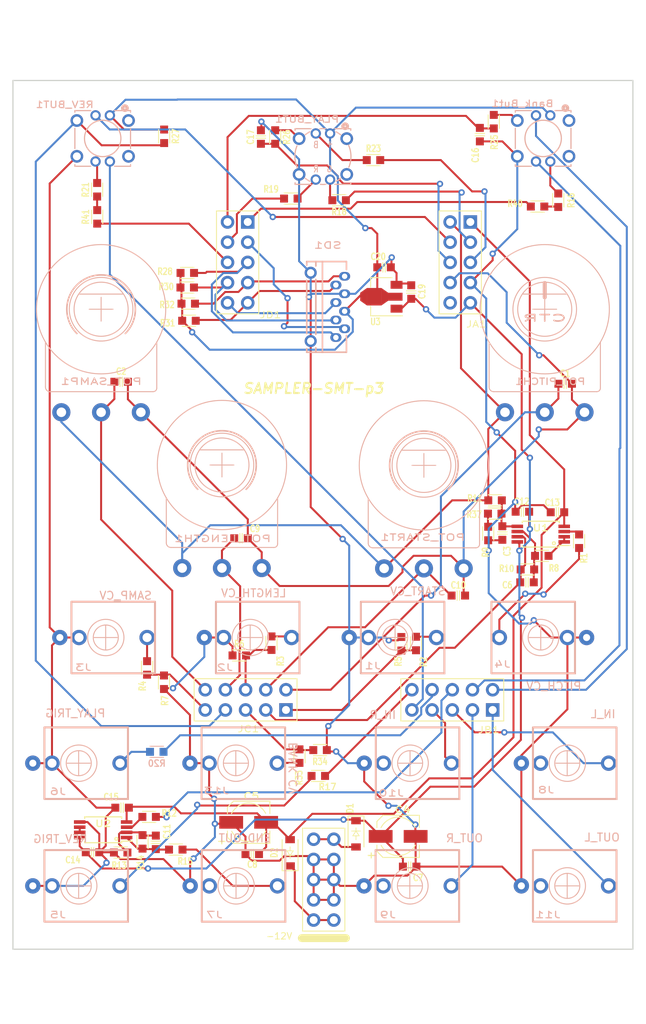
<source format=kicad_pcb>
(kicad_pcb (version 20221018) (generator pcbnew)
  (layers (0 "F.Cu" signal) (31 "B.Cu" signal) (34 "B.Paste" user) (35 "F.Paste" user) (36 "B.SilkS" user "B.Silkscreen") (37 "F.SilkS" user "F.Silkscreen") (38 "B.Mask" user) (39 "F.Mask" user) (44 "Edge.Cuts" user))
  (net 0 "")
  (net 1 "GND")
  (net 2 "+3V3")
  (net 3 "/A4")
  (net 4 "GNDADC")
  (net 5 "/A5")
  (net 6 "Net-(Bank_But1-B)")
  (net 7 "+12V")
  (net 8 "-12VA")
  (net 9 "/A2")
  (net 10 "/A7")
  (net 11 "/A6")
  (net 12 "Net-(R16-Pad1)")
  (net 13 "Net-(C11-Pad2)")
  (net 14 "/D6")
  (net 15 "/D8")
  (net 16 "/A9")
  (net 17 "Net-(R21-Pad1)")
  (net 19 "Net-(Bank_But1-POLE-A)")
  (net 21 "Net-(U1B-+)")
  (net 22 "Net-(U1B--)")
  (net 23 "/D15")
  (net 24 "/D13")
  (net 25 "/AUDIO_IN2")
  (net 26 "Net-(U2A--)")
  (net 27 "/AUDIO_OUT1")
  (net 28 "Net-(D1-A)")
  (net 29 "Net-(D2-K)")
  (net 30 "/AUDIO_OUT2")
  (net 31 "Net-(J1-SIG)")
  (net 32 "/AUDIO_IN1")
  (net 33 "VREF+")
  (net 34 "/D11")
  (net 35 "/D10")
  (net 36 "/D14")
  (net 37 "/D12")
  (net 38 "/Unused(5V)")
  (net 39 "/D0")
  (net 40 "/D1")
  (net 41 "/D3")
  (net 42 "/D2")
  (net 43 "/D5")
  (net 44 "/D19")
  (net 45 "/D18")
  (net 46 "/D7")
  (net 47 "/D17")
  (net 48 "/D16")
  (net 49 "/D9")
  (net 50 "/A0")
  (net 51 "/A1")
  (net 52 "/A3")
  (net 53 "/A8")
  (net 54 "Net-(J2-SIG)")
  (net 55 "Net-(J3-SIG)")
  (net 56 "Net-(J4-SIG)")
  (net 58 "Net-(J7-SIG)")
  (net 63 "Net-(J13-SIG)")
  (net 64 "Net-(PLAY_BUT1-B)")
  (net 65 "Net-(PLAY_BUT1-R)")
  (net 66 "Net-(PLAY_BUT1-G)")
  (net 68 "Net-(PLAY_BUT1-POLE-A)")
  (net 70 "Net-(U1A-+)")
  (net 71 "Net-(U1A--)")
  (net 72 "Net-(R37-Pad1)")
  (net 73 "Net-(U2A-+)")
  (net 74 "Net-(REV_BUT1-R)")
  (net 75 "/D4")
  (net 78 "Net-(U2B--)")
  (net 79 "Net-(J5-SIG)")
  (net 80 "Net-(J6-SIG)")
  (footprint "4ms_Capacitor:C_0603" (layer "F.Cu") (at 61.91 111.26)
    (fp_text reference "C7")
    (fp_text value "0.1uF_0603_16V")
  )
  (footprint "4ms_Capacitor:C_0603" (layer "F.Cu") (at 43.2 19.53 90)
    (fp_text reference "C17")
    (fp_text value "0.1uF_0603_16V")
  )
  (footprint "4ms_Resistor:R_0603" (layer "F.Cu") (at 45 19.53 -90)
    (fp_text reference "R26")
    (fp_text value "10k_0603")
  )
  (footprint "4ms_Resistor:R_0603" (layer "F.Cu") (at 62.71 83.21 -90)
    (fp_text reference "R2")
    (fp_text value "47k_0603")
  )
  (footprint "4ms_Resistor:R_0603" (layer "F.Cu") (at 72.61 66.88)
    (fp_text reference "R37")
    (fp_text value "10k_0603")
  )
  (footprint "4ms_Diode:D_SOD-123" (layer "F.Cu") (at 46.87 109.52 90)
    (fp_text reference "D2")
    (fp_text value "B140HW-7")
  )
  (footprint "4ms_Resistor:R_0603" (layer "F.Cu") (at 48.05 97.37 90)
    (fp_text reference "R33")
    (fp_text value "47k_0603")
  )
  (footprint "4ms_Connector:Socket_2x05_2.54mm_TH" (layer "F.Cu") (at 41.271978 90.2938 -90)
    (fp_text reference "JC1")
    (fp_text value "Socket_02x05_TH" hide)
  )
  (footprint "4ms_Resistor:R_0603" (layer "F.Cu") (at 80.6 27.48 90)
    (fp_text reference "R16")
    (fp_text value "1k_0603")
  )
  (footprint "4ms_Capacitor:C_0603" (layer "F.Cu") (at 81.47 50.55)
    (fp_text reference "C1")
    (fp_text value "0.1uF_0603_16V")
  )
  (footprint "4ms_Capacitor:CP_Elec_5x5.3" (layer "F.Cu") (at 60.46 107.46)
    (fp_text reference "C4")
    (fp_text value "47uF_5x5.3_16V")
  )
  (footprint "4ms_Resistor:R_0603" (layer "F.Cu") (at 60.87 83.24 -90)
    (fp_text reference "R5")
    (fp_text value "100k_0603")
  )
  (footprint "4ms_Resistor:R_0603" (layer "F.Cu") (at 28.31 108.15 -90)
    (fp_text reference "R14")
    (fp_text value "47k_0603")
  )
  (footprint "4ms_Resistor:R_0603" (layer "F.Cu") (at 72.49 17.6 -90)
    (fp_text reference "R25")
    (fp_text value "10k_0603")
  )
  (footprint "4ms_Capacitor:C_0603" (layer "F.Cu") (at 25.74 103.85 180)
    (fp_text reference "C15")
    (fp_text value "0.1uF_0603_16V")
  )
  (footprint "4ms_Capacitor:C_0603" (layer "F.Cu") (at 62.11 39.02 90)
    (fp_text reference "C19")
    (fp_text value "1uF_0603_25V")
  )
  (footprint "4ms_Capacitor:C_0603" (layer "F.Cu") (at 58.69 35.91)
    (fp_text reference "C20")
    (fp_text value "2.2uF_0603_25V")
  )
  (footprint "4ms_Diode:D_SOD-123" (layer "F.Cu") (at 55.16 107.14 -90)
    (fp_text reference "D1")
    (fp_text value "B140HW-7")
  )
  (footprint "4ms_Capacitor:C_0603" (layer "F.Cu") (at 80.5 66.71 180)
    (fp_text reference "C13")
    (fp_text value "0.1uF_0603_16V")
  )
  (footprint "4ms_Resistor:R_0603" (layer "F.Cu") (at 57.36 22.43)
    (fp_text reference "R23")
    (fp_text value "330Ω_0603")
  )
  (footprint "4ms_Capacitor:C_0603" (layer "F.Cu") (at 40.7 69.98)
    (fp_text reference "C9")
    (fp_text value "0.1uF_0603_16V")
  )
  (footprint "4ms_Resistor:R_0603" (layer "F.Cu") (at 50.42 99.86)
    (fp_text reference "R17")
    (fp_text value "47k_0603")
  )
  (footprint "4ms_Package_SSOP:TSSOP-8_4.4x3mm_Pitch0.65mm" (layer "F.Cu") (at 78.4 69.46 180)
    (fp_text reference "U1")
    (fp_text value "NJM2068")
  )
  (footprint "4ms_Resistor:R_0603" (layer "F.Cu") (at 33.93 38.45)
    (fp_text reference "R30")
    (fp_text value "33k_0603")
  )
  (footprint "4ms_Resistor:R_0603" (layer "F.Cu") (at 22.6 26.16 90)
    (fp_text reference "R21")
    (fp_text value "1k_0603")
  )
  (footprint "4ms_Connector:Pins_2x05_2.54mm_TH_Europower" (layer "F.Cu") (at 51.1 112.9)
    (fp_text reference "J14" hide)
    (fp_text value "Eurorack_Power_10pin_Unshrouded")
  )
  (footprint "4ms_Resistor:R_0603" (layer "F.Cu") (at 28.88 86.28 -90)
    (fp_text reference "R4")
    (fp_text value "47k_0603")
  )
  (footprint "4ms_Resistor:R_0603" (layer "F.Cu") (at 33.94 36.62)
    (fp_text reference "R28")
    (fp_text value "33k_0603")
  )
  (footprint "4ms_Resistor:R_0603" (layer "F.Cu") (at 78 28.27)
    (fp_text reference "R40")
    (fp_text value "1k_0603")
  )
  (footprint "4ms_Resistor:R_0603" (layer "F.Cu") (at 83.22 70.35 90)
    (fp_text reference "R1")
    (fp_text value "1k_0603")
  )
  (footprint "4ms_Resistor:R_0603" (layer "F.Cu") (at 22.61 29.57 90)
    (fp_text reference "R41")
    (fp_text value "1k_0603")
  )
  (footprint "4ms_Resistor:R_0603" (layer "F.Cu") (at 29.14 105.01 180)
    (fp_text reference "R12")
    (fp_text value "10k_0603")
  )
  (footprint "4ms_Capacitor:C_0603" (layer "F.Cu") (at 42.11 109.69 180)
    (fp_text reference "C8")
    (fp_text value "0.1uF_0603_16V")
  )
  (footprint "4ms_Resistor:R_0603" (layer "F.Cu") (at 31.03 19.44 -90)
    (fp_text reference "R27")
    (fp_text value "47k_0603")
  )
  (footprint "4ms_Capacitor:C_0603" (layer "F.Cu") (at 76.67 75.52)
    (fp_text reference "C6")
    (fp_text value "1nF_0603_50V")
  )
  (footprint "4ms_Resistor:R_0603" (layer "F.Cu") (at 40.48 84.71)
    (fp_text reference "R6")
    (fp_text value "100k_0603")
  )
  (footprint "4ms_Resistor:R_0603" (layer "F.Cu") (at 71.79 69.38 90)
    (fp_text reference "R9")
    (fp_text value "10k_0603")
  )
  (footprint "4ms_Resistor:R_0603" (layer "F.Cu") (at 34.06 40.48)
    (fp_text reference "R32")
    (fp_text value "33k_0603")
  )
  (footprint "4ms_Capacitor:C_0603" (layer "F.Cu") (at 25.62 50.3)
    (fp_text reference "C2")
    (fp_text value "0.1uF_0603_16V")
  )
  (footprint "4ms_Resistor:R_0603" (layer "F.Cu") (at 25.56 109.49)
    (fp_text reference "R13")
    (fp_text value "33k_0603")
  )
  (footprint "4ms_Resistor:R_0603" (layer "F.Cu") (at 46.96 27.27)
    (fp_text reference "R19")
    (fp_text value "330Ω_0603")
  )
  (footprint "4ms_Capacitor:CP_Elec_5x5.3" (layer "F.Cu") (at 41.66 105.69)
    (fp_text reference "C5")
    (fp_text value "47uF_5x5.3_16V")
  )
  (footprint "4ms_Capacitor:C_0603" (layer "F.Cu") (at 22.02 109.46)
    (fp_text reference "C14")
    (fp_text value "0.1uF_0603_16V")
  )
  (footprint "4ms_Resistor:R_0603" (layer "F.Cu") (at 50.64 96.61 180)
    (fp_text reference "R34")
    (fp_text value "100k_0603")
  )
  (footprint "4ms_Connector:Socket_2x05_2.54mm_TH" (layer "F.Cu") (at 68.272 35.293808)
    (fp_text reference "JA1")
    (fp_text value "Socket_02x05_TH" hide)
  )
  (footprint "4ms_Resistor:R_0603" (layer "F.Cu") (at 34.15 42.63)
    (fp_text reference "R31")
    (fp_text value "33k_0603")
  )
  (footprint "4ms_Package_SSOP:TSSOP-8_4.4x3mm_Pitch0.65mm" (layer "F.Cu") (at 23.36 106.63 180)
    (fp_text reference "U2")
    (fp_text value "NJM2068")
  )
  (footprint "4ms_Resistor:R_0603" (layer "F.Cu") (at 31.01 88.08 90)
    (fp_text reference "R7")
    (fp_text value "100k_0603")
  )
  (footprint "4ms_Package_SOT:SOT89-3" (layer "F.Cu") (at 58.78 39.61 180)
    (fp_text reference "U3")
    (fp_text value "AZ1117CR-3.3TRG1 ")
  )
  (footprint "4ms_Capacitor:C_0603" (layer "F.Cu") (at 76.09 66.64 180)
    (fp_text reference "C12")
    (fp_text value "0.1uF_0603_16V")
  )
  (footprint "4ms_Capacitor:C_0603" (layer "F.Cu") (at 70.74 19.23 -90)
    (fp_text reference "C16")
    (fp_text value "0.1uF_0603_16V")
  )
  (footprint "4ms_Resistor:R_0603" (layer "F.Cu") (at 72.65 65.21 180)
    (fp_text reference "R11")
    (fp_text value "33k_0603")
  )
  (footprint "4ms_Resistor:R_0603" (layer "F.Cu") (at 76.72 73.9)
    (fp_text reference "R10")
    (fp_text value "33k_0603")
  )
  (footprint "4ms_Resistor:R_0603" (layer "F.Cu") (at 32.49 109.12)
    (fp_text reference "R15")
    (fp_text value "1k_0603")
  )
  (footprint "4ms_Capacitor:C_0603" (layer "F.Cu") (at 29.98 108.21 -90)
    (fp_text reference "C11")
    (fp_text value "100pF_0603_50V")
  )
  (footprint "4ms_Resistor:R_0603" (layer "F.Cu") (at 53.04 27.48 180)
    (fp_text reference "R18")
    (fp_text value "330Ω_0603")
  )
  (footprint "4ms_Connector:Socket_2x05_2.54mm_TH" (layer "F.Cu") (at 67.272002 90.2938 -90)
    (fp_text reference "JB1")
    (fp_text value "Socket_02x05_TH" hide)
  )
  (footprint "4ms_Resistor:R_0603" (layer "F.Cu") (at 78.53 72.19 180)
    (fp_text reference "R8")
    (fp_text value "100k_0603")
  )
  (footprint "4ms_Capacitor:C_0603" (layer "F.Cu") (at 73.57 69.32 90)
    (fp_text reference "C3")
    (fp_text value "0.1uF_0603_16V")
  )
  (footprint "4ms_Connector:Socket_2x05_2.54mm_TH" (layer "F.Cu") (at 40.27198 35.293808)
    (fp_text reference "JD1")
    (fp_text value "Socket_02x05_TH" hide)
  )
  (footprint "4ms_Resistor:R_0603" (layer "F.Cu") (at 44.53 83.17 -90)
    (fp_text reference "R3")
    (fp_text value "47k_0603")
  )
  (footprint "4ms_Capacitor:C_0603" (layer "F.Cu") (at 68.03 77.18)
    (fp_text reference "C10")
    (fp_text value "0.1uF_0603_16V")
  )
  (footprint "4ms_Jack:EighthInch_PJ398SM" (layer "B.Cu") (at 61.957 98.257236 180)
    (fp_text reference "J10")
    (fp_text value "AUDIO_INR")
  )
  (footprint "4ms_Switch:Button_RgbLED_SPST_TC002" (layer "B.Cu") (at 78.7 19.707236 180)
    (fp_text reference "Bank_But1")
    (fp_text value "Button_SPST_RGB_5.4mmCap" hide)
  )
  (footprint "4ms_Connector_Card:CardSlot_MicroSD_YamaichiPJS008U-3000" (layer "B.Cu") (at 51.01 41.29 90)
    (fp_text reference "SD1")
    (fp_text value "microSDCon_Vert_TH_PJS008U-3000")
  )
  (footprint "4ms_Potentiometer:Pot_16mm_NoDet_RV16AF-4A" (layer "B.Cu") (at 38.3 60.77 180)
    (fp_text reference "POT_LENGTH1")
    (fp_text value "16mm_NoDet_10k")
  )
  (footprint "4ms_Jack:EighthInch_PJ398SM" (layer "B.Cu") (at 41.85 82.457236 180)
    (fp_text reference "J2")
    (fp_text value "LENGTH_CV")
  )
  (footprint "4ms_Potentiometer:Pot_16mm_CtrDet_RV16AF-4A" (layer "B.Cu") (at 78.9 41.182236 180)
    (fp_text reference "POT_PITCH1")
    (fp_text value "16mm_CtrDet_10k")
  )
  (footprint "4ms_Jack:EighthInch_PJ398SM" (layer "B.Cu") (at 40.07 113.682236 180)
    (fp_text reference "J7")
    (fp_text value "END_OUT")
  )
  (footprint "4ms_Jack:EighthInch_PJ398SM" (layer "B.Cu") (at 20.275 98.257236 180)
    (fp_text reference "J6")
    (fp_text value "PLAY_TRIG")
  )
  (footprint "4ms_Jack:EighthInch_PJ398SM" (layer "B.Cu") (at 78.4 82.457236)
    (fp_text reference "J4")
    (fp_text value "PITCH CV")
  )
  (footprint "4ms_Switch:Button_RgbLED_SPST_TC002" (layer "B.Cu") (at 23.3 19.707236 180)
    (fp_text reference "REV_BUT1")
    (fp_text value "Button_SPST_RGB_5.4mmCap" hide)
  )
  (footprint "4ms_Jack:EighthInch_PJ398SM" (layer "B.Cu") (at 20.275 113.682236 180)
    (fp_text reference "J5")
    (fp_text value "REV_TRIG")
  )
  (footprint "4ms_Jack:EighthInch_PJ398SM" (layer "B.Cu") (at 61.93 113.682236 180)
    (fp_text reference "J9")
    (fp_text value "AUIDO_OUTR")
  )
  (footprint "4ms_Jack:EighthInch_PJ398SM" (layer "B.Cu") (at 81.725 98.257236 180)
    (fp_text reference "J8")
    (fp_text value "AUDIO_INL")
  )
  (footprint "4ms_Jack:EighthInch_PJ398SM" (layer "B.Cu") (at 60.075 82.457236 180)
    (fp_text reference "J1")
    (fp_text value "START_CV")
  )
  (footprint "4ms_Jack:EighthInch_PJ398SM" (layer "B.Cu") (at 81.725 113.682236 180)
    (fp_text reference "J11")
    (fp_text value "AUDIO_OUTL")
  )
  (footprint "4ms_Resistor:R_0603" (layer "B.Cu") (at 30.1 96.83)
    (fp_text reference "R20")
    (fp_text value "47k_0603")
  )
  (footprint "4ms_Jack:EighthInch_PJ398SM" (layer "B.Cu") (at 40.043 98.257236 180)
    (fp_text reference "J13")
    (fp_text value "BANK_CV")
  )
  (footprint "4ms_Potentiometer:Pot_16mm_NoDet_RV16AF-4A" (layer "B.Cu") (at 63.7 60.814319 180)
    (fp_text reference "POT_START1")
    (fp_text value "16mm_NoDet_10k")
  )
  (footprint "4ms_Switch:Button_RgbLED_SPST_PB615303HL-7mm" (layer "B.Cu") (at 51 21.982236 180)
    (fp_text reference "PLAY_BUT1")
    (fp_text value "Button_SPST_RGB_7mmCap" hide)
  )
  (footprint "4ms_Potentiometer:Pot_16mm_NoDet_RV16AF-4A" (layer "B.Cu") (at 23.1 41.182236 180)
    (fp_text reference "POT_SAMP1")
    (fp_text value "16mm_NoDet_10k")
  )
  (footprint "4ms_Jack:EighthInch_PJ398SM" (layer "B.Cu") (at 23.675 82.457236 180)
    (fp_text reference "J3")
    (fp_text value "SAMP_CV")
  )
  (gr_line (start 89.989 121.6438) (end 89.989 12.4238) (stroke (width 0.15)) (layer "Edge.Cuts"))
  (gr_line (start 12.011 121.6438) (end 89.989 121.6438) (stroke (width 0.15)) (layer "Edge.Cuts"))
  (gr_line (start 12.011 12.4238) (end 89.989 12.4238) (stroke (width 0.15)) (layer "Edge.Cuts"))
  (gr_line (start 12.011 121.6438) (end 12.011 12.4238) (stroke (width 0.15)) (layer "Edge.Cuts"))
  (gr_text "REV_TRIG" (at 14.5 107.2) (layer "B.SilkS") (effects (font (size 1 1)) (justify right top mirror)))
  (gr_text "IN_L" (at 84.6 91.5) (layer "B.SilkS") (effects (font (size 1 1)) (justify right top mirror)))
  (gr_text "END_OUT" (at 37.8 107.1) (layer "B.SilkS") (effects (font (size 1 1)) (justify right top mirror)))
  (gr_text "BANK_CV" (at 46.69 102.24 90) (layer "B.SilkS") (effects (font (size 1 1)) (justify right top mirror)))
  (gr_text "OUT_L" (at 83.8 107) (layer "B.SilkS") (effects (font (size 1 1)) (justify right top mirror)))
  (gr_text "START_CV" (at 59.37 76.05) (layer "B.SilkS") (effects (font (size 1 1)) (justify right top mirror)))
  (gr_text "OUT_R" (at 66.4 107.1) (layer "B.SilkS") (effects (font (size 1 1)) (justify right top mirror)))
  (gr_text "LENGTH_CV" (at 38.1 76.3) (layer "B.SilkS") (effects (font (size 1 1)) (justify right top mirror)))
  (gr_text "IN_R" (at 56.8 91.6) (layer "B.SilkS") (effects (font (size 1 1)) (justify right top mirror)))
  (gr_text "SAMP_CV" (at 22.8 76.6) (layer "B.SilkS") (effects (font (size 1 1)) (justify right top mirror)))
  (gr_text "PLAY_TRIG" (at 16 91.4) (layer "B.SilkS") (effects (font (size 1 1)) (justify right top mirror)))
  (gr_text "PITCH_CV" (at 76.5 88) (layer "B.SilkS") (effects (font (size 1 1)) (justify right top mirror)))
  (gr_text "SAMPLER-SMT-p3" (at 49.82 51.14) (layer "F.SilkS") (effects (font (size 1.27 1.27) (thickness 0.254) bold italic)))
  (segment (start 62.66 107.46) (end 62.66 111.16) (width 0.25) (layer "F.Cu") (net 1))
  (segment (start 34.3042 110.6658) (end 34.73 110.24) (width 0.25) (layer "F.Cu") (net 1))
  (segment (start 71.79 70.23) (end 73.51 70.23) (width 0.25) (layer "F.Cu") (net 1))
  (segment (start 20.05 21.957236) (end 16.632 25.375236) (width 0.25) (layer "F.Cu") (net 1))
  (segment (start 37.41 105.87) (end 39.28 105.87) (width 0.25) (layer "F.Cu") (net 1))
  (segment (start 52.37 112.9) (end 52.37 110.36) (width 0.25) (layer "F.Cu") (net 1))
  (segment (start 75.18 58.99) (end 72.857701 56.667701) (width 0.25) (layer "F.Cu") (net 1))
  (segment (start 59.65 34.67) (end 59.62 34.7) (width 0.25) (layer "F.Cu") (net 1))
  (segment (start 53.48 70.07) (end 49.46008 66.05008) (width 0.25) (layer "F.Cu") (net 1))
  (segment (start 25.535 110.315) (end 24.71 109.49) (width 0.25) (layer "F.Cu") (net 1))
  (segment (start 16.632 25.375236) (end 16.632 81.180036) (width 0.25) (layer "F.Cu") (net 1))
  (segment (start 16.9222 83.444236) (end 17.9092 82.457236) (width 0.25) (layer "F.Cu") (net 1))
  (segment (start 73.572764 20.08) (end 75.45 21.957236) (width 0.25) (layer "F.Cu") (net 1))
  (segment (start 75.24 66.64) (end 76.065 65.815) (width 0.25) (layer "F.Cu") (net 1))
  (segment (start 36.0842 82.457236) (end 38.4972 82.457236) (width 0.25) (layer "F.Cu") (net 1))
  (segment (start 24.89 103.85) (end 22.514964 103.85) (width 0.25) (layer "F.Cu") (net 1))
  (segment (start 22.514964 103.85) (end 16.9222 98.257236) (width 0.25) (layer "F.Cu") (net 1))
  (segment (start 49.46008 39.86008) (end 49.46008 45.1826) (width 0.25) (layer "F.Cu") (net 1))
  (segment (start 81.7528 82.457236) (end 81.7528 91.4772) (width 0.25) (layer "F.Cu") (net 1))
  (segment (start 34.2772 92.1972) (end 31.01 88.93) (width 0.25) (layer "F.Cu") (net 1))
  (segment (start 61.627964 112.392036) (end 57.4544 112.392036) (width 0.25) (layer "F.Cu") (net 1))
  (segment (start 84.1658 82.457236) (end 81.7528 82.457236) (width 0.25) (layer "F.Cu") (net 1))
  (segment (start 39.63 83.590036) (end 38.4972 82.457236) (width 0.25) (layer "F.Cu") (net 1))
  (segment (start 20.41 105.655) (end 21.385 105.655) (width 0.25) (layer "F.Cu") (net 1))
  (segment (start 69.542 37.833808) (end 72.35 35.025808) (width 0.25) (layer "F.Cu") (net 1))
  (segment (start 22.87 109.46) (end 23.68 108.65) (width 0.25) (layer "F.Cu") (net 1))
  (segment (start 34.2772 98.257236) (end 34.2772 92.1972) (width 0.25) (layer "F.Cu") (net 1))
  (segment (start 23.78 110.37) (end 22.87 109.46) (width 0.25) (layer "F.Cu") (net 1))
  (segment (start 56.1642 113.682236) (end 53.152236 113.682236) (width 0.25) (layer "F.Cu") (net 1))
  (segment (start 59.28 82.81) (end 60.45 82.81) (width 0.25) (layer "F.Cu") (net 1))
  (segment (start 72.35 35.025808) (end 72.35 34.2) (width 0.25) (layer "F.Cu") (net 1))
  (segment (start 20.3222 82.457236) (end 17.9092 82.457236) (width 0.25) (layer "F.Cu") (net 1))
  (segment (start 61.89 37.95) (end 60.42 37.95) (width 0.25) (layer "F.Cu") (net 1))
  (segment (start 62.63 105.97) (end 62.63 107.43) (width 0.25) (layer "F.Cu") (net 1))
  (segment (start 16.632 81.180036) (end 17.9092 82.457236) (width 0.25) (layer "F.Cu") (net 1))
  (segment (start 41.26 107.49) (end 39.46 105.69) (width 0.25) (layer "F.Cu") (net 1))
  (segment (start 60.26 36.63) (end 60.26 38.11) (width 0.25) (layer "F.Cu") (net 1))
  (segment (start 49.83 110.36) (end 49.83 112.9) (width 0.25) (layer "F.Cu") (net 1))
  (segment (start 59.54 35.91) (end 60.26 36.63) (width 0.25) (layer "F.Cu") (net 1))
  (segment (start 41.26 109.69) (end 41.26 107.49) (width 0.25) (layer "F.Cu") (net 1))
  (segment (start 78.755 65.815) (end 79.65 66.71) (width 0.25) (layer "F.Cu") (net 1))
  (segment (start 62.76 111.26) (end 73.536964 111.26) (width 0.25) (layer "F.Cu") (net 1))
  (segment (start 42.085 110.515) (end 45.555 110.515) (width 0.25) (layer "F.Cu") (net 1))
  (segment (start 21.385 105.655) (end 22.87 107.14) (width 0.25) (layer "F.Cu") (net 1))
  (segment (start 49.46008 66.05008) (end 49.46008 45.1826) (width 0.25) (layer "F.Cu") (net 1))
  (segment (start 34.3042 113.682236) (end 30.936964 110.315) (width 0.25) (layer "F.Cu") (net 1))
  (segment (start 73.536964 111.26) (end 75.9592 113.682236) (width 0.25) (layer "F.Cu") (net 1))
  (segment (start 46.135 109.935) (end 49.405 109.935) (width 0.25) (layer "F.Cu") (net 1))
  (segment (start 60.45 82.81) (end 60.87 82.39) (width 0.25) (layer "F.Cu") (net 1))
  (segment (start 79.697236 82.457236) (end 77.525602 80.285602) (width 0.25) (layer "F.Cu") (net 1))
  (segment (start 81.7528 91.4772) (end 75.9592 97.2708) (width 0.25) (layer "F.Cu") (net 1))
  (segment (start 22.87 109.46) (end 24.68 109.46) (width 0.25) (layer "F.Cu") (net 1))
  (segment (start 49.24 39.64) (end 49.46008 39.86008) (width 0.25) (layer "F.Cu") (net 1))
  (segment (start 76.065 65.815) (end 78.755 65.815) (width 0.25) (layer "F.Cu") (net 1))
  (segment (start 71.85 71.52) (end 71.85 70.29) (width 0.25) (layer "F.Cu") (net 1))
  (segment (start 34.3042 113.682236) (end 34.3042 110.6658) (width 0.25) (layer "F.Cu") (net 1))
  (segment (start 22.87 107.14) (end 22.87 109.46) (width 0.25) (layer "F.Cu") (net 1))
  (segment (start 75.9592 113.682236) (end 75.9592 98.257236) (width 0.25) (layer "F.Cu") (net 1))
  (segment (start 49.83 115.44) (end 52.37 115.44) (width 0.25) (layer "F.Cu") (net 1))
  (segment (start 23.68 105.06) (end 24.89 103.85) (width 0.25) (layer "F.Cu") (net 1))
  (segment (start 75.9592 97.2708) (end 75.9592 98.257236) (width 0.25) (layer "F.Cu") (net 1))
  (segment (start 39.63 84.71) (end 39.63 83.590036) (width 0.25) (layer "F.Cu") (net 1))
  (segment (start 52.66 96.79) (end 51.67 96.79) (width 0.25) (layer "F.Cu") (net 1))
  (segment (start 49.83 112.9) (end 49.83 115.44) (width 0.25) (layer "F.Cu") (net 1))
  (segment (start 70.74 20.08) (end 73.572764 20.08) (width 0.25) (layer "F.Cu") (net 1))
  (segment (start 81.7528 82.457236) (end 79.697236 82.457236) (width 0.25) (layer "F.Cu") (net 1))
  (segment (start 45.555 110.515) (end 46.135 109.935) (width 0.25) (layer "F.Cu") (net 1))
  (segment (start 41.26 109.69) (end 42.085 110.515) (width 0.25) (layer "F.Cu") (net 1))
  (segment (start 75.18 65.42) (end 75.18 66.58) (width 0.25) (layer "F.Cu") (net 1))
  (segment (start 49.83 112.9) (end 52.37 112.9) (width 0.25) (layer "F.Cu") (net 1))
  (segment (start 32.14 88.83) (end 31.11 88.83) (width 0.25) (layer "F.Cu") (net 1))
  (segment (start 52.37 112.9) (end 52.37 115.44) (width 0.25) (layer "F.Cu") (net 1))
  (segment (start 23.68 108.65) (end 23.68 105.06) (width 0.25) (layer "F.Cu") (net 1))
  (segment (start 43.26 17.5945) (end 43.26 18.62) (width 0.25) (layer "F.Cu") (net 1))
  (segment (start 37.31 102.73) (end 36.6902 102.1102) (width 0.25) (layer "F.Cu") (net 1))
  (segment (start 14.5092 113.682236) (end 16.9222 113.682236) (width 0.25) (layer "F.Cu") (net 1))
  (segment (start 34.2772 98.257236) (end 36.6902 98.257236) (width 0.25) (layer "F.Cu") (net 1))
  (segment (start 53.152236 113.682236) (end 52.37 112.9) (width 0.25) (layer "F.Cu") (net 1))
  (segment (start 57.4544 112.392036) (end 56.1642 113.682236) (width 0.25) (layer "F.Cu") (net 1))
  (segment (start 59.62 34.7) (end 59.62 35.83) (width 0.25) (layer "F.Cu") (net 1))
  (segment (start 62.76 111.26) (end 61.627964 112.392036) (width 0.25) (layer "F.Cu") (net 1))
  (segment (start 51.49 96.61) (end 51.49 93.78) (width 0.25) (layer "F.Cu") (net 1))
  (segment (start 23.78 110.77) (end 23.78 110.37) (width 0.25) (layer "F.Cu") (net 1))
  (segment (start 52.37 110.36) (end 49.83 110.36) (width 0.25) (layer "F.Cu") (net 1))
  (segment (start 56.1912 100.5512) (end 59.25 103.61) (width 0.25) (layer "F.Cu") (net 1))
  (segment (start 75.18 65.42) (end 75.18 58.99) (width 0.25) (layer "F.Cu") (net 1))
  (segment (start 30.936964 110.315) (end 25.535 110.315) (width 0.25) (layer "F.Cu") (net 1))
  (segment (start 51.49 93.78) (end 51.68 93.59) (width 0.25) (layer "F.Cu") (net 1))
  (segment (start 14.5092 98.257236) (end 16.9222 98.257236) (width 0.25) (layer "F.Cu") (net 1))
  (segment (start 56.1912 98.257236) (end 56.1912 100.5512) (width 0.25) (layer "F.Cu") (net 1))
  (segment (start 36.6902 102.1102) (end 36.6902 98.257236) (width 0.25) (layer "F.Cu") (net 1))
  (segment (start 16.9222 98.257236) (end 16.9222 83.444236) (width 0.25) (layer "F.Cu") (net 1))
  (via (at 53.48 70.07) (size 0.8) (drill 0.4) (layers "F.Cu" "B.Cu") (net 1))
  (via (at 49.24 39.64) (size 0.8) (drill 0.4) (layers "F.Cu" "B.Cu") (net 1))
  (via (at 72.35 34.2) (size 0.8) (drill 0.4) (layers "F.Cu" "B.Cu") (net 1))
  (via (at 72.857701 56.667701) (size 0.8) (drill 0.4) (layers "F.Cu" "B.Cu") (net 1))
  (via (at 23.78 110.77) (size 0.8) (drill 0.4) (layers "F.Cu" "B.Cu") (net 1))
  (via (at 51.68 93.59) (size 0.8) (drill 0.4) (layers "F.Cu" "B.Cu") (net 1))
  (via (at 75.18 65.42) (size 0.8) (drill 0.4) (layers "F.Cu" "B.Cu") (net 1))
  (via (at 32.14 88.83) (size 0.8) (drill 0.4) (layers "F.Cu" "B.Cu") (net 1))
  (via (at 62.63 105.97) (size 0.8) (drill 0.4) (layers "F.Cu" "B.Cu") (net 1))
  (via (at 59.28 82.81) (size 0.8) (drill 0.4) (layers "F.Cu" "B.Cu") (net 1))
  (via (at 37.41 105.87) (size 0.8) (drill 0.4) (layers "F.Cu" "B.Cu") (net 1))
  (via (at 59.65 34.67) (size 0.8) (drill 0.4) (layers "F.Cu" "B.Cu") (net 1))
  (via (at 34.73 110.24) (size 0.8) (drill 0.4) (layers "F.Cu" "B.Cu") (net 1))
  (via (at 43.26 17.5945) (size 0.8) (drill 0.4) (layers "F.Cu" "B.Cu") (net 1))
  (via (at 37.31 102.73) (size 0.8) (drill 0.4) (layers "F.Cu" "B.Cu") (net 1))
  (via (at 77.525602 80.285602) (size 0.8) (drill 0.4) (layers "F.Cu" "B.Cu") (net 1))
  (via (at 52.66 96.79) (size 0.8) (drill 0.4) (layers "F.Cu" "B.Cu") (net 1))
  (via (at 59.25 103.61) (size 0.8) (drill 0.4) (layers "F.Cu" "B.Cu") (net 1))
  (via (at 71.85 71.52) (size 0.8) (drill 0.4) (layers "F.Cu" "B.Cu") (net 1))
  (segment (start 48.004 24.232236) (end 48.004 22.3385) (width 0.25) (layer "B.Cu") (net 1))
  (segment (start 75.675 80.705) (end 71.85 76.88) (width 0.25) (layer "B.Cu") (net 1))
  (segment (start 20.867764 113.682236) (end 23.78 110.77) (width 0.25) (layer "B.Cu") (net 1))
  (segment (start 77.525602 80.285602) (end 77.106204 80.705) (width 0.25) (layer "B.Cu") (net 1))
  (segment (start 71.85 76.88) (end 71.85 71.52) (width 0.25) (layer "B.Cu") (net 1))
  (segment (start 53.72982 39.240143) (end 55.079857 39.240143) (width 0.25) (layer "B.Cu") (net 1))
  (segment (start 71.542412 39.83422) (end 69.542 37.833808) (width 0.25) (layer "B.Cu") (net 1))
  (segment (start 54.3092 70.8992) (end 53.48 70.07) (width 0.25) (layer "B.Cu") (net 1))
  (segment (start 37.41 102.83) (end 37.31 102.73) (width 0.25) (layer "B.Cu") (net 1))
  (segment (start 56.7222 82.457236) (end 54.3092 82.457236) (width 0.25) (layer "B.Cu") (net 1))
  (segment (start 36.0842 84.8858) (end 32.14 88.83) (width 0.25) (layer "B.Cu") (net 1))
  (segment (start 49.46008 39.41992) (end 49.24 39.64) (width 0.25) (layer "B.Cu") (net 1))
  (segment (start 37.41 105.87) (end 37.41 102.83) (width 0.25) (layer "B.Cu") (net 1))
  (segment (start 54.3092 90.9608) (end 54.3092 82.457236) (width 0.25) (layer "B.Cu") (net 1))
  (segment (start 54.3092 82.457236) (end 54.3092 70.8992) (width 0.25) (layer "B.Cu") (net 1))
  (segment (start 58.927236 82.457236) (end 59.28 82.81) (width 0.25) (layer "B.Cu") (net 1))
  (segment (start 72.35 34.2) (end 75.45 31.1) (width 0.25) (layer "B.Cu") (net 1))
  (segment (start 36.0842 82.457236) (end 36.0842 84.8858) (width 0.25) (layer "B.Cu") (net 1))
  (segment (start 49.46008 36.5974) (end 49.46008 39.41992) (width 0.25) (layer "B.Cu") (net 1))
  (segment (start 49.639857 39.240143) (end 49.24 39.64) (width 0.25) (layer "B.Cu") (net 1))
  (segment (start 56.7222 82.457236) (end 58.927236 82.457236) (width 0.25) (layer "B.Cu") (net 1))
  (segment (start 72.857701 56.667701) (end 71.542412 55.352412) (width 0.25) (layer "B.Cu") (net 1))
  (segment (start 71.542412 55.352412) (end 71.542412 39.83422) (width 0.25) (layer "B.Cu") (net 1))
  (segment (start 53.72982 39.240143) (end 49.639857 39.240143) (width 0.25) (layer "B.Cu") (net 1))
  (segment (start 59.25 103.61) (end 60.27 103.61) (width 0.25) (layer "B.Cu") (net 1))
  (segment (start 48.004 22.3385) (end 43.26 17.5945) (width 0.25) (layer "B.Cu") (net 1))
  (segment (start 77.106204 80.705) (end 75.675 80.705) (width 0.25) (layer "B.Cu") (net 1))
  (segment (start 75.18 65.42) (end 71.85 68.75) (width 0.25) (layer "B.Cu") (net 1))
  (segment (start 34.73 110.24) (end 37.41 107.56) (width 0.25) (layer "B.Cu") (net 1))
  (segment (start 75.45 31.1) (end 75.45 21.957236) (width 0.25) (layer "B.Cu") (net 1))
  (segment (start 54.127236 98.257236) (end 52.66 96.79) (width 0.25) (layer "B.Cu") (net 1))
  (segment (start 56.1912 98.257236) (end 54.127236 98.257236) (width 0.25) (layer "B.Cu") (net 1))
  (segment (start 60.27 103.61) (end 62.63 105.97) (width 0.25) (layer "B.Cu") (net 1))
  (segment (start 37.41 107.56) (end 37.41 105.87) (width 0.25) (layer "B.Cu") (net 1))
  (segment (start 51.68 93.59) (end 54.3092 90.9608) (width 0.25) (layer "B.Cu") (net 1))
  (segment (start 55.079857 39.240143) (end 59.65 34.67) (width 0.25) (layer "B.Cu") (net 1))
  (segment (start 16.9222 113.682236) (end 20.867764 113.682236) (width 0.25) (layer "B.Cu") (net 1))
  (segment (start 71.85 68.75) (end 71.85 71.52) (width 0.25) (layer "B.Cu") (net 1))
  (segment (start 48.004 35.14132) (end 49.46008 36.5974) (width 0.25) (layer "B.Cu") (net 1))
  (segment (start 48.004 24.232236) (end 48.004 35.14132) (width 0.25) (layer "B.Cu") (net 1))
  (segment (start 33.09 38.44) (end 33.09 36.62) (width 0.25) (layer "F.Cu") (net 2))
  (segment (start 55.739928 39.429928) (end 53.72982 41.440037) (width 0.25) (layer "F.Cu") (net 2))
  (segment (start 31.03 18.59) (end 25.982764 18.59) (width 0.25) (layer "F.Cu") (net 2))
  (segment (start 56.129857 39.04) (end 53.72982 41.440037) (width 0.25) (layer "F.Cu") (net 2))
  (segment (start 34.55 44.07) (end 34.55 43.88) (width 0.25) (layer "F.Cu") (net 2))
  (segment (start 57.84 31.7) (end 57.84 35.91) (width 0.25) (layer "F.Cu") (net 2))
  (segment (start 55.97 39.199857) (end 55.739928 39.429928) (width 0.25) (layer "F.Cu") (net 2))
  (segment (start 33.21 40.48) (end 33.21 38.58) (width 0.25) (layer "F.Cu") (net 2))
  (segment (start 34.55 43.88) (end 33.3 42.63) (width 0.25) (layer "F.Cu") (net 2))
  (segment (start 56.34 30.98) (end 57.12 30.98) (width 0.25) (layer "F.Cu") (net 2))
  (segment (start 57.12 30.98) (end 57.84 31.7) (width 0.25) (layer "F.Cu") (net 2))
  (segment (start 57.84 35.91) (end 57.84 39.2165) (width 0.25) (layer "F.Cu") (net 2))
  (segment (start 56.8765 39.04) (end 56.129857 39.04) (width 0.25) (layer "F.Cu") (net 2))
  (segment (start 25.982764 18.59) (end 24.2 16.807236) (width 0.25) (layer "F.Cu") (net 2))
  (segment (start 33.3 42.63) (end 33.3 40.57) (width 0.25) (layer "F.Cu") (net 2))
  (via (at 34.55 44.07) (size 0.8) (drill 0.4) (layers "F.Cu" "B.Cu") (net 2))
  (via (at 56.34 30.98) (size 0.8) (drill 0.4) (layers "F.Cu" "B.Cu") (net 2))
  (segment (start 51.9 19.082236) (end 55.15 15.832236) (width 0.25) (layer "B.Cu") (net 2))
  (segment (start 47.627764 14.81) (end 32.7 14.81) (width 0.25) (layer "B.Cu") (net 2))
  (segment (start 54.75332 42.463537) (end 54.75332 44.02668) (width 0.25) (layer "B.Cu") (net 2))
  (segment (start 51.9 23.503377) (end 52.875 24.478377) (width 0.25) (layer "B.Cu") (net 2))
  (segment (start 32.67 14.84) (end 26.167236 14.84) (width 0.25) (layer "B.Cu") (net 2))
  (segment (start 52.875 24.478377) (end 52.875 27.515) (width 0.25) (layer "B.Cu") (net 2))
  (segment (start 54.75332 44.02668) (end 52.5104 46.2696) (width 0.25) (layer "B.Cu") (net 2))
  (segment (start 36.7496 46.2696) (end 34.55 44.07) (width 0.25) (layer "B.Cu") (net 2))
  (segment (start 52.5104 46.2696) (end 36.7496 46.2696) (width 0.25) (layer "B.Cu") (net 2))
  (segment (start 52.875 27.515) (end 56.34 30.98) (width 0.25) (layer "B.Cu") (net 2))
  (segment (start 32.7 14.81) (end 32.67 14.84) (width 0.25) (layer "B.Cu") (net 2))
  (segment (start 26.167236 14.84) (end 24.2 16.807236) (width 0.25) (layer "B.Cu") (net 2))
  (segment (start 53.72982 41.440037) (end 54.75332 42.463537) (width 0.25) (layer "B.Cu") (net 2))
  (segment (start 51.9 19.082236) (end 47.627764 14.81) (width 0.25) (layer "B.Cu") (net 2))
  (segment (start 78.625 15.832236) (end 79.6 16.807236) (width 0.25) (layer "B.Cu") (net 2))
  (segment (start 55.15 15.832236) (end 78.625 15.832236) (width 0.25) (layer "B.Cu") (net 2))
  (segment (start 51.9 19.082236) (end 51.9 23.503377) (width 0.25) (layer "B.Cu") (net 2))
  (segment (start 46.228178 96.52) (end 48.05 96.52) (width 0.25) (layer "F.Cu") (net 3))
  (segment (start 41.271978 91.5638) (end 46.228178 96.52) (width 0.25) (layer "F.Cu") (net 3))
  (segment (start 49.79 96.61) (end 48.14 96.61) (width 0.25) (layer "F.Cu") (net 3))
  (segment (start 61.01 73.57) (end 61.01 74.24) (width 0.25) (layer "F.Cu") (net 4))
  (segment (start 43.3 71.73) (end 41.55 69.98) (width 0.25) (layer "F.Cu") (net 4))
  (segment (start 83.9 54.136236) (end 81.736236 56.3) (width 0.25) (layer "F.Cu") (net 4))
  (segment (start 78.21 46.97) (end 78.74 46.97) (width 0.25) (layer "F.Cu") (net 4))
  (segment (start 26.47 52.506236) (end 28.1 54.136236) (width 0.25) (layer "F.Cu") (net 4))
  (segment (start 41.55 69.98) (end 41.55 67.586236) (width 0.25) (layer "F.Cu") (net 4))
  (segment (start 82.32 50.55) (end 82.32 52.556236) (width 0.25) (layer "F.Cu") (net 4))
  (segment (start 67.111681 72.18) (end 62.4 72.18) (width 0.25) (layer "F.Cu") (net 4))
  (segment (start 61.01 74.24) (end 59.27 75.98) (width 0.25) (layer "F.Cu") (net 4))
  (segment (start 78.74 46.97) (end 82.32 50.55) (width 0.25) (layer "F.Cu") (net 4))
  (segment (start 59.27 75.98) (end 45.556 75.98) (width 0.25) (layer "F.Cu") (net 4))
  (segment (start 68.7 73.768319) (end 67.111681 72.18) (width 0.25) (layer "F.Cu") (net 4))
  (segment (start 82.32 52.556236) (end 83.9 54.136236) (width 0.25) (layer "F.Cu") (net 4))
  (segment (start 43.3 73.724) (end 43.3 71.73) (width 0.25) (layer "F.Cu") (net 4))
  (segment (start 26.47 50.3) (end 26.47 52.506236) (width 0.25) (layer "F.Cu") (net 4))
  (segment (start 41.55 67.586236) (end 28.1 54.136236) (width 0.25) (layer "F.Cu") (net 4))
  (segment (start 45.556 75.98) (end 43.3 73.724) (width 0.25) (layer "F.Cu") (net 4))
  (segment (start 81.736236 56.3) (end 78.15 56.3) (width 0.25) (layer "F.Cu") (net 4))
  (segment (start 68.7 73.768319) (end 68.7 77) (width 0.25) (layer "F.Cu") (net 4))
  (segment (start 62.4 72.18) (end 61.01 73.57) (width 0.25) (layer "F.Cu") (net 4))
  (via (at 78.21 46.97) (size 0.8) (drill 0.4) (layers "F.Cu" "B.Cu") (net 4))
  (via (at 78.15 56.3) (size 0.8) (drill 0.4) (layers "F.Cu" "B.Cu") (net 4))
  (segment (start 78.15 56.3) (end 78.15 57.17) (width 0.25) (layer "B.Cu") (net 4))
  (segment (start 74.11 39.04) (end 71.728808 36.658808) (width 0.25) (layer "B.Cu") (net 4))
  (segment (start 68.177 36.658808) (end 67.002 37.833808) (width 0.25) (layer "B.Cu") (net 4))
  (segment (start 71.728808 36.658808) (end 68.177 36.658808) (width 0.25) (layer "B.Cu") (net 4))
  (segment (start 74.11 42.87) (end 74.11 39.04) (width 0.25) (layer "B.Cu") (net 4))
  (segment (start 68.7 66.62) (end 78.15 57.17) (width 0.25) (layer "B.Cu") (net 4))
  (segment (start 68.7 66.62) (end 68.7 73.768319) (width 0.25) (layer "B.Cu") (net 4))
  (segment (start 78.21 46.97) (end 74.11 42.87) (width 0.25) (layer "B.Cu") (net 4))
  (segment (start 44.53 84.02) (end 42.41 84.02) (width 0.25) (layer "F.Cu") (net 5))
  (segment (start 42.41 84.02) (end 42.35 84.08) (width 0.25) (layer "F.Cu") (net 5))
  (segment (start 41.271978 89.0238) (end 41.271978 85.158022) (width 0.25) (layer "F.Cu") (net 5))
  (segment (start 41.271978 85.158022) (end 42.35 84.08) (width 0.25) (layer "F.Cu") (net 5))
  (segment (start 79.6 22.607236) (end 79.6 25.63) (width 0.25) (layer "F.Cu") (net 6))
  (segment (start 79.6 25.63) (end 80.6 26.63) (width 0.25) (layer "F.Cu") (net 6))
  (segment (start 58.26 107.46) (end 64.51 101.21) (width 0.25) (layer "F.Cu") (net 7))
  (segment (start 61.06 110.26) (end 58.26 107.46) (width 0.25) (layer "F.Cu") (net 7))
  (segment (start 77.03 59.86) (end 76 58.83) (width 0.25) (layer "F.Cu") (net 7))
  (segment (start 55.16 105.49) (end 56.29 105.49) (width 0.25) (layer "F.Cu") (net 7))
  (segment (start 53.59 105.35) (end 55.02 105.35) (width 0.25) (layer "F.Cu") (net 7))
  (segment (start 76.94 66.64) (end 76.94 68.73) (width 0.25) (layer "F.Cu") (net 7))
  (segment (start 29 111.5) (end 23.21 111.5) (width 0.25) (layer "F.Cu") (net 7))
  (segment (start 75.9 95.33) (end 75.9 80.12) (width 0.25) (layer "F.Cu") (net 7))
  (segment (start 23.21 111.5) (end 21.17 109.46) (width 0.25) (layer "F.Cu") (net 7))
  (segment (start 20.41 108.7) (end 21.17 109.46) (width 0.25) (layer "F.Cu") (net 7))
  (segment (start 75.71 71.53) (end 75.71 70.695) (width 0.25) (layer "F.Cu") (net 7))
  (segment (start 60.87 41.11) (end 62.11 39.87) (width 0.25) (layer "F.Cu") (net 7))
  (segment (start 56.29 105.49) (end 58.26 107.46) (width 0.25) (layer "F.Cu") (net 7))
  (segment (start 20.41 107.605) (end 20.41 108.7) (width 0.25) (layer "F.Cu") (net 7))
  (segment (start 63.97 41.19) (end 62.65 39.87) (width 0.25) (layer "F.Cu") (net 7))
  (segment (start 75.9 80.12) (end 76.04 79.98) (width 0.25) (layer "F.Cu") (net 7))
  (segment (start 64.51 101.21) (end 70.02 101.21) (width 0.25) (layer "F.Cu") (net 7))
  (segment (start 76.94 68.73) (end 77.03 68.82) (width 0.25) (layer "F.Cu") (net 7))
  (segment (start 70.02 101.21) (end 75.9 95.33) (width 0.25) (layer "F.Cu") (net 7))
  (segment (start 62.65 39.87) (end 62.11 39.87) (width 0.25) (layer "F.Cu") (net 7))
  (segment (start 61.06 111.26) (end 61.06 110.26) (width 0.25) (layer "F.Cu") (net 7))
  (segment (start 75.71 70.695) (end 75.45 70.435) (width 0.25) (layer "F.Cu") (net 7))
  (segment (start 76 58.83) (end 76 46.831808) (width 0.25) (layer "F.Cu") (net 7))
  (segment (start 76 46.831808) (end 69.542 40.373808) (width 0.25) (layer "F.Cu") (net 7))
  (via (at 29 111.5) (size 0.8) (drill 0.4) (layers "F.Cu" "B.Cu") (net 7))
  (via (at 77.03 68.82) (size 0.8) (drill 0.4) (layers "F.Cu" "B.Cu") (net 7))
  (via (at 77.03 59.86) (size 0.8) (drill 0.4) (layers "F.Cu" "B.Cu") (net 7))
  (via (at 75.71 71.53) (size 0.8) (drill 0.4) (layers "F.Cu" "B.Cu") (net 7))
  (via (at 63.97 41.19) (size 0.8) (drill 0.4) (layers "F.Cu" "B.Cu") (net 7))
  (via (at 76.04 79.98) (size 0.8) (drill 0.4) (layers "F.Cu" "B.Cu") (net 7))
  (via (at 53.59 105.35) (size 0.8) (drill 0.4) (layers "F.Cu" "B.Cu") (net 7))
  (segment (start 77.03 68.82) (end 77.03 70.21) (width 0.25) (layer "B.Cu") (net 7))
  (segment (start 77.03 59.86) (end 77.03 68.82) (width 0.25) (layer "B.Cu") (net 7))
  (segment (start 67.675808 42.24) (end 69.542 40.373808) (width 0.25) (layer "B.Cu") (net 7))
  (segment (start 42.49 105.35) (end 53.59 105.35) (width 0.25) (layer "B.Cu") (net 7))
  (segment (start 29 111.5) (end 36.34 111.5) (width 0.25) (layer "B.Cu") (net 7))
  (segment (start 36.34 111.5) (end 42.49 105.35) (width 0.25) (layer "B.Cu") (net 7))
  (segment (start 65.02 42.24) (end 67.675808 42.24) (width 0.25) (layer "B.Cu") (net 7))
  (segment (start 77.03 70.21) (end 75.71 71.53) (width 0.25) (layer "B.Cu") (net 7))
  (segment (start 75.71 79.65) (end 75.71 71.53) (width 0.25) (layer "B.Cu") (net 7))
  (segment (start 63.97 41.19) (end 65.02 42.24) (width 0.25) (layer "B.Cu") (net 7))
  (segment (start 76.04 79.98) (end 75.71 79.65) (width 0.25) (layer "B.Cu") (net 7))
  (segment (start 32.31 103.73) (end 26.71 103.73) (width 0.25) (layer "F.Cu") (net 8))
  (segment (start 43.86 105.69) (end 42.735 104.565) (width 0.25) (layer "F.Cu") (net 8))
  (segment (start 78.505 69.555) (end 78.505 76.185) (width 0.25) (layer "F.Cu") (net 8))
  (segment (start 59.92 104.62) (end 49.66 104.62) (width 0.25) (layer "F.Cu") (net 8))
  (segment (start 64.375 100.165) (end 59.92 104.62) (width 0.25) (layer "F.Cu") (net 8))
  (segment (start 42.735 104.565) (end 33.145 104.565) (width 0.25) (layer "F.Cu") (net 8))
  (segment (start 81.35 66.71) (end 81.35 61.33) (width 0.25) (layer "F.Cu") (net 8))
  (segment (start 81.35 66.71) (end 78.505 69.555) (width 0.25) (layer "F.Cu") (net 8))
  (segment (start 77.02 57) (end 77.02 37.691808) (width 0.25) (layer "F.Cu") (net 8))
  (segment (start 81.35 66.71) (end 81.35 68.485) (width 0.25) (layer "F.Cu") (net 8))
  (segment (start 43.86 108.79) (end 42.96 109.69) (width 0.25) (layer "F.Cu") (net 8))
  (segment (start 43.86 105.69) (end 43.86 108.79) (width 0.25) (layer "F.Cu") (net 8))
  (segment (start 69.805 100.165) (end 64.375 100.165) (width 0.25) (layer "F.Cu") (net 8))
  (segment (start 77.02 37.691808) (end 69.542 30.213808) (width 0.25) (layer "F.Cu") (net 8))
  (segment (start 26.31 105.655) (end 26.31 104.13) (width 0.25) (layer "F.Cu") (net 8))
  (segment (start 74.97 79.72) (end 74.97 95) (width 0.25) (layer "F.Cu") (net 8))
  (segment (start 46.87 107.87) (end 44.69 105.69) (width 0.25) (layer "F.Cu") (net 8))
  (segment (start 49.66 104.62) (end 46.87 107.41) (width 0.25) (layer "F.Cu") (net 8))
  (segment (start 81.35 61.33) (end 77.02 57) (width 0.25) (layer "F.Cu") (net 8))
  (segment (start 78.505 76.185) (end 74.97 79.72) (width 0.25) (layer "F.Cu") (net 8))
  (segment (start 74.97 95) (end 69.805 100.165) (width 0.25) (layer "F.Cu") (net 8))
  (segment (start 46.87 107.41) (end 46.87 107.87) (width 0.25) (layer "F.Cu") (net 8))
  (segment (start 33.145 104.565) (end 32.31 103.73) (width 0.25) (layer "F.Cu") (net 8))
  (segment (start 75.87 73.9) (end 75.87 75.47) (width 0.25) (layer "F.Cu") (net 9))
  (segment (start 75.45 69.785) (end 76.2 69.785) (width 0.25) (layer "F.Cu") (net 9))
  (segment (start 65.652564 83.747436) (end 67.592564 83.747436) (width 0.25) (layer "F.Cu") (net 9))
  (segment (start 67.592564 83.747436) (end 75.82 75.52) (width 0.25) (layer "F.Cu") (net 9))
  (segment (start 43.811978 91.5638) (end 45.078178 92.83) (width 0.25) (layer "F.Cu") (net 9))
  (segment (start 76.44 73.33) (end 75.87 73.9) (width 0.25) (layer "F.Cu") (net 9))
  (segment (start 56.57 92.83) (end 65.652564 83.747436) (width 0.25) (layer "F.Cu") (net 9))
  (segment (start 76.44 70.025) (end 76.44 73.33) (width 0.25) (layer "F.Cu") (net 9))
  (segment (start 76.2 69.785) (end 76.44 70.025) (width 0.25) (layer "F.Cu") (net 9))
  (segment (start 45.078178 92.83) (end 56.57 92.83) (width 0.25) (layer "F.Cu") (net 9))
  (segment (start 40.505 83.97) (end 40.59 83.885) (width 0.25) (layer "F.Cu") (net 10))
  (segment (start 40.505 87.080778) (end 40.505 83.97) (width 0.25) (layer "F.Cu") (net 10))
  (segment (start 40.59 87.165778) (end 40.505 87.080778) (width 0.25) (layer "F.Cu") (net 10))
  (segment (start 38.731978 89.0238) (end 40.59 87.165778) (width 0.25) (layer "F.Cu") (net 10))
  (segment (start 40.59 76.014) (end 38.3 73.724) (width 0.25) (layer "F.Cu") (net 10))
  (segment (start 38.3 71.53) (end 39.85 69.98) (width 0.25) (layer "F.Cu") (net 10))
  (segment (start 38.3 73.724) (end 38.3 71.53) (width 0.25) (layer "F.Cu") (net 10))
  (segment (start 40.59 83.885) (end 40.59 76.014) (width 0.25) (layer "F.Cu") (net 10))
  (segment (start 23.162764 20.57) (end 31.25 20.57) (width 0.25) (layer "F.Cu") (net 11))
  (segment (start 20.05 17.457236) (end 23.162764 20.57) (width 0.25) (layer "F.Cu") (net 11))
  (segment (start 38.731978 91.5638) (end 36.705778 93.59) (width 0.25) (layer "B.Cu") (net 11))
  (segment (start 14.88 85.36) (end 14.88 22.627236) (width 0.25) (layer "B.Cu") (net 11))
  (segment (start 23.11 93.59) (end 14.88 85.36) (width 0.25) (layer "B.Cu") (net 11))
  (segment (start 14.88 22.627236) (end 20.05 17.457236) (width 0.25) (layer "B.Cu") (net 11))
  (segment (start 36.705778 93.59) (end 23.11 93.59) (width 0.25) (layer "B.Cu") (net 11))
  (segment (start 78.85 28.27) (end 80.54 28.27) (width 0.25) (layer "F.Cu") (net 12))
  (segment (start 27.705 109) (end 26.31 107.605) (width 0.25) (layer "F.Cu") (net 13))
  (segment (start 28.31 109) (end 27.705 109) (width 0.25) (layer "F.Cu") (net 13))
  (segment (start 31.64 109.12) (end 30.04 109.12) (width 0.25) (layer "F.Cu") (net 13))
  (segment (start 29.98 109.06) (end 28.37 109.06) (width 0.25) (layer "F.Cu") (net 13))
  (segment (start 68.99 16.87) (end 41.68 16.87) (width 0.25) (layer "F.Cu") (net 14))
  (segment (start 72.49 18.45) (end 70.57 18.45) (width 0.25) (layer "F.Cu") (net 14))
  (segment (start 39.00198 19.54802) (end 39.00198 30.213808) (width 0.25) (layer "F.Cu") (net 14))
  (segment (start 70.43 18.31) (end 68.99 16.87) (width 0.25) (layer "F.Cu") (net 14))
  (segment (start 41.68 16.87) (end 39.00198 19.54802) (width 0.25) (layer "F.Cu") (net 14))
  (segment (start 40.17698 29.228808) (end 40.17698 31.578808) (width 0.25) (layer "F.Cu") (net 15))
  (segment (start 46.11 27.27) (end 42.135788 27.27) (width 0.25) (layer "F.Cu") (net 15))
  (segment (start 42.135788 27.27) (end 40.17698 29.228808) (width 0.25) (layer "F.Cu") (net 15))
  (segment (start 40.17698 31.578808) (end 39.00198 32.753808) (width 0.25) (layer "F.Cu") (net 15))
  (segment (start 24.77 50.3) (end 24.77 52.466236) (width 0.25) (layer "F.Cu") (net 16))
  (segment (start 32.05 76.57) (end 23.1 67.62) (width 0.25) (layer "F.Cu") (net 16))
  (segment (start 36.191978 89.0238) (end 32.05 84.881822) (width 0.25) (layer "F.Cu") (net 16))
  (segment (start 23.1 67.62) (end 23.1 54.136236) (width 0.25) (layer "F.Cu") (net 16))
  (segment (start 32.05 84.881822) (end 32.05 76.57) (width 0.25) (layer "F.Cu") (net 16))
  (segment (start 24.77 52.466236) (end 23.1 54.136236) (width 0.25) (layer "F.Cu") (net 16))
  (segment (start 22.6 28.71) (end 22.6 27.01) (width 0.25) (layer "F.Cu") (net 17))
  (segment (start 72.49 16.75) (end 74.742764 16.75) (width 0.25) (layer "F.Cu") (net 19))
  (segment (start 74.742764 16.75) (end 75.45 17.457236) (width 0.25) (layer "F.Cu") (net 19))
  (segment (start 73.46 66.88) (end 73.46 68.46) (width 0.25) (layer "F.Cu") (net 21))
  (segment (start 75.45 68.485) (end 73.435 68.485) (width 0.25) (layer "F.Cu") (net 21))
  (segment (start 73.5 65.21) (end 73.5 66.84) (width 0.25) (layer "F.Cu") (net 21))
  (segment (start 77.52 75.52) (end 77.52 73.95) (width 0.25) (layer "F.Cu") (net 22))
  (segment (start 77.68 70.615) (end 76.2 69.135) (width 0.25) (layer "F.Cu") (net 22))
  (segment (start 76.2 69.135) (end 75.45 69.135) (width 0.25) (layer "F.Cu") (net 22))
  (segment (start 77.68 72.19) (end 77.68 70.615) (width 0.25) (layer "F.Cu") (net 22))
  (segment (start 77.57 73.9) (end 77.57 72.3) (width 0.25) (layer "F.Cu") (net 22))
  (segment (start 31.33 105.05) (end 31.29 105.01) (width 0.25) (layer "F.Cu") (net 23))
  (segment (start 31.29 105.01) (end 29.99 105.01) (width 0.25) (layer "F.Cu") (net 23))
  (via (at 31.33 105.05) (size 0.8) (drill 0.4) (layers "F.Cu" "B.Cu") (net 23))
  (segment (start 65.907002 90.3888) (end 67.272002 89.0238) (width 0.25) (layer "B.Cu") (net 23))
  (segment (start 31.33 104.6) (end 34.01 101.92) (width 0.25) (layer "B.Cu") (net 23))
  (segment (start 31.33 105.05) (end 31.33 104.6) (width 0.25) (layer "B.Cu") (net 23))
  (segment (start 65.907002 94.402998) (end 65.907002 90.3888) (width 0.25) (layer "B.Cu") (net 23))
  (segment (start 34.01 101.92) (end 58.39 101.92) (width 0.25) (layer "B.Cu") (net 23))
  (segment (start 58.39 101.92) (end 65.907002 94.402998) (width 0.25) (layer "B.Cu") (net 23))
  (segment (start 64.732002 89.902099) (end 64.732002 89.0238) (width 0.25) (layer "B.Cu") (net 24))
  (segment (start 60.74 94.75) (end 63.367002 92.122998) (width 0.25) (layer "B.Cu") (net 24))
  (segment (start 63.367002 91.267099) (end 64.732002 89.902099) (width 0.25) (layer "B.Cu") (net 24))
  (segment (start 33.03 94.75) (end 60.74 94.75) (width 0.25) (layer "B.Cu") (net 24))
  (segment (start 30.95 96.83) (end 33.03 94.75) (width 0.25) (layer "B.Cu") (net 24))
  (segment (start 63.367002 92.122998) (end 63.367002 91.267099) (width 0.25) (layer "B.Cu") (net 24))
  (segment (start 70.088202 94.38) (end 73.82 94.38) (width 0.25) (layer "F.Cu") (net 25))
  (segment (start 67.272002 91.5638) (end 70.088202 94.38) (width 0.25) (layer "F.Cu") (net 25))
  (via (at 73.82 94.38) (size 0.8) (drill 0.4) (layers "F.Cu" "B.Cu") (net 25))
  (segment (start 73.82 94.38) (end 79.91 94.38) (width 0.25) (layer "B.Cu") (net 25))
  (segment (start 79.91 94.38) (end 83.787236 98.257236) (width 0.25) (layer "B.Cu") (net 25))
  (segment (start 83.787236 98.257236) (end 86.932 98.257236) (width 0.25) (layer "B.Cu") (net 25))
  (segment (start 25.56 106.955) (end 26.31 106.955) (width 0.25) (layer "F.Cu") (net 26))
  (segment (start 25.36 108.44) (end 25.36 107.155) (width 0.25) (layer "F.Cu") (net 26))
  (segment (start 27.965 106.955) (end 26.31 106.955) (width 0.25) (layer "F.Cu") (net 26))
  (segment (start 29.98 107.36) (end 28.37 107.36) (width 0.25) (layer "F.Cu") (net 26))
  (segment (start 26.41 109.49) (end 25.36 108.44) (width 0.25) (layer "F.Cu") (net 26))
  (segment (start 25.36 107.155) (end 25.56 106.955) (width 0.25) (layer "F.Cu") (net 26))
  (segment (start 69.812002 91.5638) (end 69.812002 111.007234) (width 0.25) (layer "B.Cu") (net 27))
  (segment (start 69.812002 111.007234) (end 67.137 113.682236) (width 0.25) (layer "B.Cu") (net 27))
  (segment (start 55.16 108.79) (end 53.34 108.79) (width 0.25) (layer "F.Cu") (net 28))
  (segment (start 52.37 107.82) (end 49.83 107.82) (width 0.25) (layer "F.Cu") (net 28))
  (segment (start 53.34 108.79) (end 52.37 107.82) (width 0.25) (layer "F.Cu") (net 28))
  (segment (start 47.46 115.61) (end 49.83 117.98) (width 0.25) (layer "F.Cu") (net 29))
  (segment (start 49.83 117.98) (end 52.37 117.98) (width 0.25) (layer "F.Cu") (net 29))
  (segment (start 46.87 111.17) (end 47.46 111.76) (width 0.25) (layer "F.Cu") (net 29))
  (segment (start 47.46 111.76) (end 47.46 115.61) (width 0.25) (layer "F.Cu") (net 29))
  (segment (start 72.352002 91.5638) (end 72.352002 99.102238) (width 0.25) (layer "B.Cu") (net 30))
  (segment (start 72.352002 99.102238) (end 86.932 113.682236) (width 0.25) (layer "B.Cu") (net 30))
  (segment (start 62.71 82.36) (end 65.184764 82.36) (width 0.25) (layer "F.Cu") (net 31))
  (segment (start 66.37 97.463236) (end 67.164 98.257236) (width 0.25) (layer "F.Cu") (net 32))
  (segment (start 64.732002 91.5638) (end 66.37 93.201798) (width 0.25) (layer "F.Cu") (net 32))
  (segment (start 66.37 93.201798) (end 66.37 97.463236) (width 0.25) (layer "F.Cu") (net 32))
  (segment (start 71.8 65.21) (end 71.8 56.236236) (width 0.25) (layer "F.Cu") (net 33))
  (segment (start 67.002 30.213808) (end 68.367 31.578808) (width 0.25) (layer "F.Cu") (net 33))
  (segment (start 58.7 73.768319) (end 67.258319 65.21) (width 0.25) (layer "F.Cu") (net 33))
  (segment (start 71.8 56.236236) (end 73.9 54.136236) (width 0.25) (layer "F.Cu") (net 33))
  (segment (start 67.258319 65.21) (end 71.8 65.21) (width 0.25) (layer "F.Cu") (net 33))
  (segment (start 68.367 31.578808) (end 68.367 48.603236) (width 0.25) (layer "F.Cu") (net 33))
  (segment (start 68.367 48.603236) (end 73.9 54.136236) (width 0.25) (layer "F.Cu") (net 33))
  (segment (start 33.3 73.724) (end 33.3 71.87) (width 0.25) (layer "B.Cu") (net 33))
  (segment (start 53.271681 68.34) (end 58.7 73.768319) (width 0.25) (layer "B.Cu") (net 33))
  (segment (start 33.3 71.87) (end 36.83 68.34) (width 0.25) (layer "B.Cu") (net 33))
  (segment (start 36.83 68.34) (end 53.271681 68.34) (width 0.25) (layer "B.Cu") (net 33))
  (segment (start 18.1 54.136236) (end 18.1 55.37) (width 0.25) (layer "B.Cu") (net 33))
  (segment (start 18.1 55.37) (end 33.3 70.57) (width 0.25) (layer "B.Cu") (net 33))
  (segment (start 33.3 70.57) (end 33.3 73.724) (width 0.25) (layer "B.Cu") (net 33))
  (segment (start 68.44 26.5) (end 68.33 26.39) (width 0.25) (layer "F.Cu") (net 34))
  (segment (start 68.33 26.39) (end 54.98 26.39) (width 0.25) (layer "F.Cu") (net 34))
  (segment (start 54.98 26.39) (end 53.89 27.48) (width 0.25) (layer "F.Cu") (net 34))
  (via (at 68.44 26.5) (size 0.8) (drill 0.4) (layers "F.Cu" "B.Cu") (net 34))
  (segment (start 68.44 26.5) (end 68.19 26.75) (width 0.25) (layer "B.Cu") (net 34))
  (segment (start 68.19 31.401808) (end 69.542 32.753808) (width 0.25) (layer "B.Cu") (net 34))
  (segment (start 68.19 26.75) (end 68.19 31.401808) (width 0.25) (layer "B.Cu") (net 34))
  (segment (start 67.002 32.753808) (end 63.832692 29.5845) (width 0.25) (layer "F.Cu") (net 35))
  (segment (start 63.832692 29.5845) (end 44.69 29.5845) (width 0.25) (layer "F.Cu") (net 35))
  (via (at 44.69 29.5845) (size 0.8) (drill 0.4) (layers "F.Cu" "B.Cu") (net 35))
  (segment (start 22.4 16.807236) (end 24.175 18.582236) (width 0.25) (layer "B.Cu") (net 35))
  (segment (start 24.175 18.582236) (end 33.687736 18.582236) (width 0.25) (layer "B.Cu") (net 35))
  (segment (start 33.687736 18.582236) (end 44.69 29.5845) (width 0.25) (layer "B.Cu") (net 35))
  (segment (start 65.83 22.43) (end 58.21 22.43) (width 0.25) (layer "F.Cu") (net 36))
  (segment (start 69.77 26.37) (end 65.83 22.43) (width 0.25) (layer "F.Cu") (net 36))
  (segment (start 71.32 26.37) (end 69.77 26.37) (width 0.25) (layer "F.Cu") (net 36))
  (via (at 71.32 26.37) (size 0.8) (drill 0.4) (layers "F.Cu" "B.Cu") (net 36))
  (segment (start 71.45 26.5) (end 71.45 33.385808) (width 0.25) (layer "B.Cu") (net 36))
  (segment (start 71.45 33.385808) (end 69.542 35.293808) (width 0.25) (layer "B.Cu") (net 36))
  (segment (start 71.32 26.37) (end 71.45 26.5) (width 0.25) (layer "B.Cu") (net 36))
  (segment (start 65.7 25.4) (end 53.572773 25.4) (width 0.25) (layer "F.Cu") (net 37))
  (segment (start 53.572773 25.4) (end 52.871 24.698227) (width 0.25) (layer "F.Cu") (net 37))
  (segment (start 51.537236 23.107236) (end 47.727236 23.107236) (width 0.25) (layer "F.Cu") (net 37))
  (segment (start 52.871 24.441) (end 51.537236 23.107236) (width 0.25) (layer "F.Cu") (net 37))
  (segment (start 65.72 25.42) (end 65.7 25.4) (width 0.25) (layer "F.Cu") (net 37))
  (segment (start 45 20.38) (end 43.2 20.38) (width 0.25) (layer "F.Cu") (net 37))
  (segment (start 52.871 24.698227) (end 52.871 24.441) (width 0.25) (layer "F.Cu") (net 37))
  (segment (start 47.727236 23.107236) (end 45 20.38) (width 0.25) (layer "F.Cu") (net 37))
  (via (at 65.72 25.42) (size 0.8) (drill 0.4) (layers "F.Cu" "B.Cu") (net 37))
  (segment (start 65.72 25.42) (end 65.54 25.6) (width 0.25) (layer "B.Cu") (net 37))
  (segment (start 65.54 33.831808) (end 67.002 35.293808) (width 0.25) (layer "B.Cu") (net 37))
  (segment (start 65.54 25.6) (end 65.54 33.831808) (width 0.25) (layer "B.Cu") (net 37))
  (segment (start 84.1062 89.0238) (end 89.22 83.91) (width 0.25) (layer "B.Cu") (net 39))
  (segment (start 77.8 19.4) (end 77.8 16.807236) (width 0.25) (layer "B.Cu") (net 39))
  (segment (start 89.22 30.82) (end 77.8 19.4) (width 0.25) (layer "B.Cu") (net 39))
  (segment (start 72.352002 89.0238) (end 84.1062 89.0238) (width 0.25) (layer "B.Cu") (net 39))
  (segment (start 89.22 83.91) (end 89.22 30.82) (width 0.25) (layer "B.Cu") (net 39))
  (segment (start 88.3 58.732302) (end 88.41 58.622302) (width 0.25) (layer "B.Cu") (net 40))
  (segment (start 71.3212 87.8488) (end 83.8912 87.8488) (width 0.25) (layer "B.Cu") (net 40))
  (segment (start 70.1462 89.0238) (end 71.3212 87.8488) (width 0.25) (layer "B.Cu") (net 40))
  (segment (start 88.41 33.217236) (end 77.8 22.607236) (width 0.25) (layer "B.Cu") (net 40))
  (segment (start 88.41 58.622302) (end 88.41 33.217236) (width 0.25) (layer "B.Cu") (net 40))
  (segment (start 83.8912 87.8488) (end 88.3 83.44) (width 0.25) (layer "B.Cu") (net 40))
  (segment (start 88.3 83.44) (end 88.3 58.732302) (width 0.25) (layer "B.Cu") (net 40))
  (segment (start 62.192002 91.5638) (end 63.557002 90.1988) (width 0.25) (layer "B.Cu") (net 41))
  (segment (start 63.557002 90.1988) (end 63.557002 76.177002) (width 0.25) (layer "B.Cu") (net 41))
  (segment (start 63.557002 76.177002) (end 24.2 36.82) (width 0.25) (layer "B.Cu") (net 41))
  (segment (start 24.2 36.82) (end 24.2 22.607236) (width 0.25) (layer "B.Cu") (net 41))
  (segment (start 62.192002 89.0238) (end 51.355802 99.86) (width 0.25) (layer "F.Cu") (net 42))
  (segment (start 43.215788 28.54) (end 54.48 28.54) (width 0.25) (layer "F.Cu") (net 43))
  (segment (start 76.58 27.7) (end 77.15 28.27) (width 0.25) (layer "F.Cu") (net 43))
  (segment (start 55.32 27.7) (end 76.58 27.7) (width 0.25) (layer "F.Cu") (net 43))
  (segment (start 54.48 28.54) (end 55.32 27.7) (width 0.25) (layer "F.Cu") (net 43))
  (segment (start 41.54198 30.213808) (end 43.215788 28.54) (width 0.25) (layer "F.Cu") (net 43))
  (segment (start 46.11 43.32) (end 46.55 42.88) (width 0.25) (layer "F.Cu") (net 44))
  (segment (start 46.55 42.88) (end 46.55 39.79) (width 0.25) (layer "F.Cu") (net 44))
  (via (at 46.11 43.32) (size 0.8) (drill 0.4) (layers "F.Cu" "B.Cu") (net 44))
  (via (at 46.55 39.79) (size 0.8) (drill 0.4) (layers "F.Cu" "B.Cu") (net 44))
  (segment (start 46.11 43.32) (end 46.21 43.42) (width 0.25) (layer "B.Cu") (net 44))
  (segment (start 44.81 36.021828) (end 41.54198 32.753808) (width 0.25) (layer "B.Cu") (net 44))
  (segment (start 46.21 43.42) (end 53.509889 43.42) (width 0.25) (layer "B.Cu") (net 44))
  (segment (start 46.55 39.79) (end 44.81 38.05) (width 0.25) (layer "B.Cu") (net 44))
  (segment (start 44.81 38.05) (end 44.81 36.021828) (width 0.25) (layer "B.Cu") (net 44))
  (segment (start 36.401192 36.468808) (end 36.25 36.62) (width 0.25) (layer "F.Cu") (net 45))
  (segment (start 36.25 36.62) (end 34.79 36.62) (width 0.25) (layer "F.Cu") (net 45))
  (segment (start 36.401192 36.468808) (end 40.36698 36.468808) (width 0.25) (layer "F.Cu") (net 45))
  (segment (start 41.54198 35.293808) (end 40.36698 36.468808) (width 0.25) (layer "F.Cu") (net 45))
  (segment (start 51.985849 44.0956) (end 52.63 44.739751) (width 0.25) (layer "B.Cu") (net 45))
  (segment (start 37.03 38.07) (end 37.03 41.44) (width 0.25) (layer "B.Cu") (net 45))
  (segment (start 37.03 41.44) (end 39.6856 44.0956) (width 0.25) (layer "B.Cu") (net 45))
  (segment (start 40.205788 36.63) (end 38.47 36.63) (width 0.25) (layer "B.Cu") (net 45))
  (segment (start 41.54198 35.293808) (end 40.205788 36.63) (width 0.25) (layer "B.Cu") (net 45))
  (segment (start 39.6856 44.0956) (end 51.985849 44.0956) (width 0.25) (layer "B.Cu") (net 45))
  (segment (start 38.47 36.63) (end 37.03 38.07) (width 0.25) (layer "B.Cu") (net 45))
  (segment (start 22.61 30.42) (end 34.128172 30.42) (width 0.25) (layer "F.Cu") (net 46))
  (segment (start 34.128172 30.42) (end 39.00198 35.293808) (width 0.25) (layer "F.Cu") (net 46))
  (segment (start 51.701348 37.6844) (end 52.345499 37.040249) (width 0.25) (layer "F.Cu") (net 47))
  (segment (start 37.234087 40.48) (end 34.91 40.48) (width 0.25) (layer "F.Cu") (net 47))
  (segment (start 41.54198 37.833808) (end 40.36698 39.008808) (width 0.25) (layer "F.Cu") (net 47))
  (segment (start 40.36698 39.008808) (end 38.705279 39.008808) (width 0.25) (layer "F.Cu") (net 47))
  (segment (start 41.691388 37.6844) (end 51.701348 37.6844) (width 0.25) (layer "F.Cu") (net 47))
  (segment (start 38.705279 39.008808) (end 37.234087 40.48) (width 0.25) (layer "F.Cu") (net 47))
  (segment (start 52.345499 37.040249) (end 53.72982 37.040249) (width 0.25) (layer "F.Cu") (net 47))
  (segment (start 39.385788 42.53) (end 41.54198 40.373808) (width 0.25) (layer "F.Cu") (net 48))
  (segment (start 51.880069 38.89) (end 52.63 38.140069) (width 0.25) (layer "F.Cu") (net 48))
  (segment (start 41.54198 40.373808) (end 43.025788 38.89) (width 0.25) (layer "F.Cu") (net 48))
  (segment (start 43.025788 38.89) (end 51.880069 38.89) (width 0.25) (layer "F.Cu") (net 48))
  (segment (start 35.1 42.53) (end 39.385788 42.53) (width 0.25) (layer "F.Cu") (net 48))
  (segment (start 39.00198 40.373808) (end 40.308172 41.68) (width 0.25) (layer "B.Cu") (net 49))
  (segment (start 40.308172 41.68) (end 51.289963 41.68) (width 0.25) (layer "B.Cu") (net 49))
  (segment (start 51.289963 41.68) (end 52.63 40.339963) (width 0.25) (layer "B.Cu") (net 49))
  (segment (start 46.351978 91.5638) (end 53.3962 91.5638) (width 0.25) (layer "F.Cu") (net 50))
  (segment (start 53.3962 91.5638) (end 60.87 84.09) (width 0.25) (layer "F.Cu") (net 50))
  (segment (start 62.71 84.06) (end 60.9 84.06) (width 0.25) (layer "F.Cu") (net 50))
  (segment (start 51.980255 89.0238) (end 46.351978 89.0238) (width 0.25) (layer "F.Cu") (net 51))
  (segment (start 63.824055 77.18) (end 51.980255 89.0238) (width 0.25) (layer "F.Cu") (net 51))
  (segment (start 80.62 50.55) (end 80.62 52.416236) (width 0.25) (layer "F.Cu") (net 51))
  (segment (start 80.62 52.416236) (end 78.9 54.136236) (width 0.25) (layer "F.Cu") (net 51))
  (segment (start 64.6 77.18) (end 63.824055 77.18) (width 0.25) (layer "F.Cu") (net 51))
  (via (at 64.6 77.18) (size 0.8) (drill 0.4) (layers "F.Cu" "B.Cu") (net 51))
  (segment (start 65.84 64.71) (end 76.413764 54.136236) (width 0.25) (layer "B.Cu") (net 51))
  (segment (start 76.413764 54.136236) (end 78.9 54.136236) (width 0.25) (layer "B.Cu") (net 51))
  (segment (start 64.6 77.18) (end 65.84 75.94) (width 0.25) (layer "B.Cu") (net 51))
  (segment (start 65.84 75.94) (end 65.84 64.71) (width 0.25) (layer "B.Cu") (net 51))
  (segment (start 51.668742 81.167036) (end 56.301283 81.167036) (width 0.25) (layer "F.Cu") (net 52))
  (segment (start 63.7 73.768319) (end 67.111681 77.18) (width 0.25) (layer "F.Cu") (net 52))
  (segment (start 56.301283 81.167036) (end 63.7 73.768319) (width 0.25) (layer "F.Cu") (net 52))
  (segment (start 43.811978 89.0238) (end 51.668742 81.167036) (width 0.25) (layer "F.Cu") (net 52))
  (segment (start 28.88 87.13) (end 30.96 87.13) (width 0.25) (layer "F.Cu") (net 53))
  (segment (start 30.98 87.11) (end 31.738178 87.11) (width 0.25) (layer "F.Cu") (net 53))
  (segment (start 31.738178 87.11) (end 36.191978 91.5638) (width 0.25) (layer "F.Cu") (net 53))
  (segment (start 44.53 82.32) (end 46.919764 82.32) (width 0.25) (layer "F.Cu") (net 54))
  (segment (start 28.882 82.457236) (end 28.882 85.428) (width 0.25) (layer "F.Cu") (net 55))
  (segment (start 83.22 72.58) (end 83.22 71.2) (width 0.25) (layer "F.Cu") (net 56))
  (segment (start 73.193 82.457236) (end 73.193 80.207) (width 0.25) (layer "F.Cu") (net 56))
  (segment (start 78.75 77.05) (end 83.22 72.58) (width 0.25) (layer "F.Cu") (net 56))
  (segment (start 73.193 80.207) (end 76.45 76.95) (width 0.25) (layer "F.Cu") (net 56))
  (via (at 78.75 77.05) (size 0.8) (drill 0.4) (layers "F.Cu" "B.Cu") (net 56))
  (via (at 76.45 76.95) (size 0.8) (drill 0.4) (layers "F.Cu" "B.Cu") (net 56))
  (segment (start 76.45 76.95) (end 78.65 76.95) (width 0.25) (layer "B.Cu") (net 56))
  (segment (start 78.65 76.95) (end 78.75 77.05) (width 0.25) (layer "B.Cu") (net 56))
  (segment (start 35.1 109.12) (end 39.662236 113.682236) (width 0.25) (layer "F.Cu") (net 58))
  (segment (start 33.34 109.12) (end 35.1 109.12) (width 0.25) (layer "F.Cu") (net 58))
  (segment (start 39.662236 113.682236) (end 45.277 113.682236) (width 0.25) (layer "F.Cu") (net 58))
  (segment (start 48.05 98.22) (end 45.287236 98.22) (width 0.25) (layer "F.Cu") (net 63))
  (segment (start 51.9 24.882236) (end 51.9 27.5) (width 0.25) (layer "F.Cu") (net 64))
  (segment (start 50.1 24.882236) (end 48.04 26.942236) (width 0.25) (layer "F.Cu") (net 65))
  (segment (start 56.51 22.43) (end 53.447764 22.43) (width 0.25) (layer "F.Cu") (net 66))
  (segment (start 53.447764 22.43) (end 50.1 19.082236) (width 0.25) (layer "F.Cu") (net 66))
  (segment (start 45 18.68) (end 46.951764 18.68) (width 0.25) (layer "F.Cu") (net 68))
  (segment (start 46.951764 18.68) (end 48.004 19.732236) (width 0.25) (layer "F.Cu") (net 68))
  (segment (start 81.35 69.135) (end 82.855 69.135) (width 0.25) (layer "F.Cu") (net 70))
  (segment (start 81.135 70.435) (end 79.38 72.19) (width 0.25) (layer "F.Cu") (net 71))
  (segment (start 81.35 69.785) (end 81.35 70.435) (width 0.25) (layer "F.Cu") (net 71))
  (segment (start 71.76 66.88) (end 71.76 68.5) (width 0.25) (layer "F.Cu") (net 72))
  (segment (start 26.31 106.305) (end 26.995 106.305) (width 0.25) (layer "F.Cu") (net 73))
  (segment (start 26.995 106.305) (end 28.29 105.01) (width 0.25) (layer "F.Cu") (net 73))
  (segment (start 22.6 25.31) (end 22.6 22.807236) (width 0.25) (layer "F.Cu") (net 74))
  (segment (start 38.385788 38.45) (end 39.00198 37.833808) (width 0.25) (layer "F.Cu") (net 75))
  (segment (start 34.78 38.45) (end 38.385788 38.45) (width 0.25) (layer "F.Cu") (net 75))
  (segment (start 37.48 39.355788) (end 37.48 41.21) (width 0.25) (layer "B.Cu") (net 75))
  (segment (start 38.865 42.595) (end 52.574857 42.595) (width 0.25) (layer "B.Cu") (net 75))
  (segment (start 37.48 41.21) (end 38.865 42.595) (width 0.25) (layer "B.Cu") (net 75))
  (segment (start 39.00198 37.833808) (end 37.48 39.355788) (width 0.25) (layer "B.Cu") (net 75))
  (segment (start 20.41 106.305) (end 20.41 106.955) (width 0.25) (layer "F.Cu") (net 78))
  (segment (start 35.19 103.49) (end 35.28 103.58) (width 0.25) (layer "F.Cu") (net 79))
  (segment (start 49.57 100.15) (end 46.14 103.58) (width 0.25) (layer "F.Cu") (net 79))
  (segment (start 35.28 103.58) (end 46.14 103.58) (width 0.25) (layer "F.Cu") (net 79))
  (via (at 35.19 103.49) (size 0.8) (drill 0.4) (layers "F.Cu" "B.Cu") (net 79))
  (segment (start 35.19 103.49) (end 35.19 103.974236) (width 0.25) (layer "B.Cu") (net 79))
  (segment (start 35.19 103.974236) (end 25.482 113.682236) (width 0.25) (layer "B.Cu") (net 79))
  (segment (start 26.909236 96.83) (end 25.482 98.257236) (width 0.25) (layer "B.Cu") (net 80))
  (segment (start 29.25 96.83) (end 26.909236 96.83) (width 0.25) (layer "B.Cu") (net 80))
)
</source>
